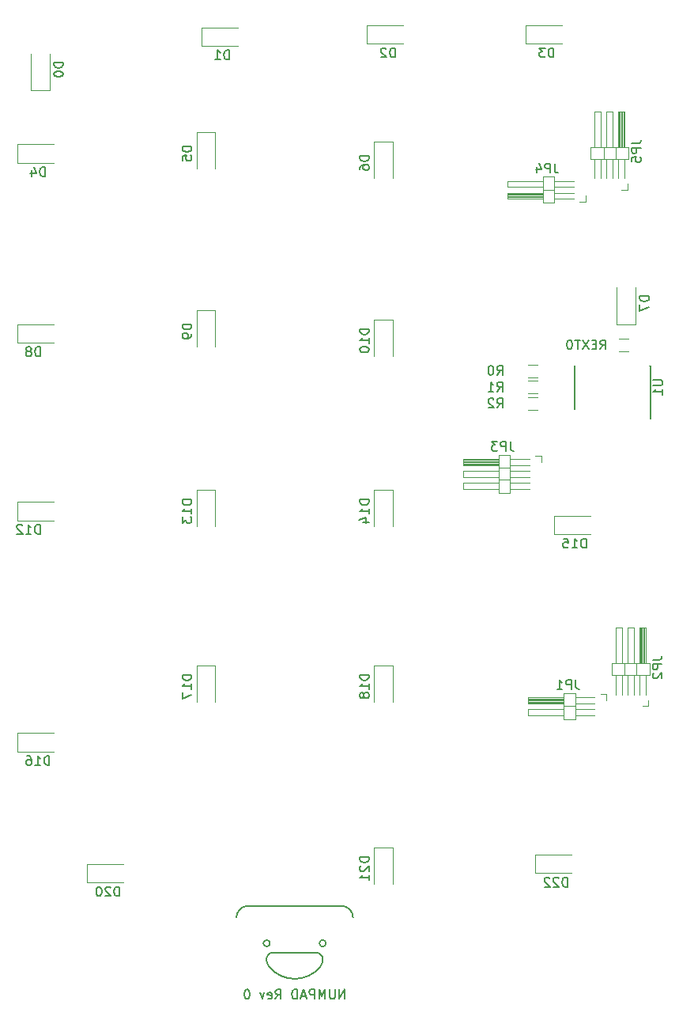
<source format=gbo>
G04 #@! TF.FileFunction,Legend,Bot*
%FSLAX46Y46*%
G04 Gerber Fmt 4.6, Leading zero omitted, Abs format (unit mm)*
G04 Created by KiCad (PCBNEW 4.0.5) date Sun Feb 26 02:23:34 2017*
%MOMM*%
%LPD*%
G01*
G04 APERTURE LIST*
%ADD10C,0.100000*%
%ADD11C,0.120000*%
%ADD12C,0.150000*%
G04 APERTURE END LIST*
D10*
D11*
X65750000Y-57500000D02*
X63750000Y-57500000D01*
X63750000Y-57500000D02*
X63750000Y-53600000D01*
X65750000Y-57500000D02*
X65750000Y-53600000D01*
X82000000Y-52750000D02*
X82000000Y-50750000D01*
X82000000Y-50750000D02*
X85900000Y-50750000D01*
X82000000Y-52750000D02*
X85900000Y-52750000D01*
X99750000Y-52500000D02*
X99750000Y-50500000D01*
X99750000Y-50500000D02*
X103650000Y-50500000D01*
X99750000Y-52500000D02*
X103650000Y-52500000D01*
X116750000Y-52500000D02*
X116750000Y-50500000D01*
X116750000Y-50500000D02*
X120650000Y-50500000D01*
X116750000Y-52500000D02*
X120650000Y-52500000D01*
X62250000Y-65250000D02*
X62250000Y-63250000D01*
X62250000Y-63250000D02*
X66150000Y-63250000D01*
X62250000Y-65250000D02*
X66150000Y-65250000D01*
X81500000Y-62000000D02*
X83500000Y-62000000D01*
X83500000Y-62000000D02*
X83500000Y-65900000D01*
X81500000Y-62000000D02*
X81500000Y-65900000D01*
X100500000Y-63000000D02*
X102500000Y-63000000D01*
X102500000Y-63000000D02*
X102500000Y-66900000D01*
X100500000Y-63000000D02*
X100500000Y-66900000D01*
X128500000Y-82500000D02*
X126500000Y-82500000D01*
X126500000Y-82500000D02*
X126500000Y-78600000D01*
X128500000Y-82500000D02*
X128500000Y-78600000D01*
X62250000Y-84500000D02*
X62250000Y-82500000D01*
X62250000Y-82500000D02*
X66150000Y-82500000D01*
X62250000Y-84500000D02*
X66150000Y-84500000D01*
X81500000Y-81000000D02*
X83500000Y-81000000D01*
X83500000Y-81000000D02*
X83500000Y-84900000D01*
X81500000Y-81000000D02*
X81500000Y-84900000D01*
X100500000Y-82000000D02*
X102500000Y-82000000D01*
X102500000Y-82000000D02*
X102500000Y-85900000D01*
X100500000Y-82000000D02*
X100500000Y-85900000D01*
X62250000Y-103500000D02*
X62250000Y-101500000D01*
X62250000Y-101500000D02*
X66150000Y-101500000D01*
X62250000Y-103500000D02*
X66150000Y-103500000D01*
X81500000Y-100250000D02*
X83500000Y-100250000D01*
X83500000Y-100250000D02*
X83500000Y-104150000D01*
X81500000Y-100250000D02*
X81500000Y-104150000D01*
X100500000Y-100250000D02*
X102500000Y-100250000D01*
X102500000Y-100250000D02*
X102500000Y-104150000D01*
X100500000Y-100250000D02*
X100500000Y-104150000D01*
X119750000Y-105000000D02*
X119750000Y-103000000D01*
X119750000Y-103000000D02*
X123650000Y-103000000D01*
X119750000Y-105000000D02*
X123650000Y-105000000D01*
X62250000Y-128250000D02*
X62250000Y-126250000D01*
X62250000Y-126250000D02*
X66150000Y-126250000D01*
X62250000Y-128250000D02*
X66150000Y-128250000D01*
X81500000Y-119000000D02*
X83500000Y-119000000D01*
X83500000Y-119000000D02*
X83500000Y-122900000D01*
X81500000Y-119000000D02*
X81500000Y-122900000D01*
X100500000Y-119000000D02*
X102500000Y-119000000D01*
X102500000Y-119000000D02*
X102500000Y-122900000D01*
X100500000Y-119000000D02*
X100500000Y-122900000D01*
X69750000Y-142250000D02*
X69750000Y-140250000D01*
X69750000Y-140250000D02*
X73650000Y-140250000D01*
X69750000Y-142250000D02*
X73650000Y-142250000D01*
X100500000Y-138500000D02*
X102500000Y-138500000D01*
X102500000Y-138500000D02*
X102500000Y-142400000D01*
X100500000Y-138500000D02*
X100500000Y-142400000D01*
X117750000Y-141250000D02*
X117750000Y-139250000D01*
X117750000Y-139250000D02*
X121650000Y-139250000D01*
X117750000Y-141250000D02*
X121650000Y-141250000D01*
D12*
X130025000Y-86925000D02*
X130000000Y-86925000D01*
X121975000Y-86925000D02*
X122000000Y-86925000D01*
X121975000Y-91575000D02*
X122000000Y-91575000D01*
X130075000Y-92650000D02*
X130075000Y-86925000D01*
X121975000Y-91575000D02*
X121975000Y-86925000D01*
D11*
X122060000Y-121995000D02*
X122060000Y-123385000D01*
X122060000Y-123385000D02*
X120820000Y-123385000D01*
X120820000Y-123385000D02*
X120820000Y-121995000D01*
X120820000Y-121995000D02*
X122060000Y-121995000D01*
X120820000Y-122430000D02*
X120820000Y-123070000D01*
X120820000Y-123070000D02*
X117010000Y-123070000D01*
X117010000Y-123070000D02*
X117010000Y-122430000D01*
X117010000Y-122430000D02*
X120820000Y-122430000D01*
X124130000Y-122430000D02*
X122060000Y-122430000D01*
X124130000Y-123070000D02*
X122060000Y-123070000D01*
X120820000Y-122550000D02*
X117010000Y-122550000D01*
X120820000Y-122670000D02*
X117010000Y-122670000D01*
X120820000Y-122790000D02*
X117010000Y-122790000D01*
X120820000Y-122910000D02*
X117010000Y-122910000D01*
X120820000Y-123030000D02*
X117010000Y-123030000D01*
X122060000Y-123385000D02*
X122060000Y-124775000D01*
X122060000Y-124775000D02*
X120820000Y-124775000D01*
X120820000Y-124775000D02*
X120820000Y-123385000D01*
X120820000Y-123385000D02*
X122060000Y-123385000D01*
X120820000Y-123700000D02*
X120820000Y-124340000D01*
X120820000Y-124340000D02*
X117010000Y-124340000D01*
X117010000Y-124340000D02*
X117010000Y-123700000D01*
X117010000Y-123700000D02*
X120820000Y-123700000D01*
X124130000Y-123700000D02*
X122060000Y-123700000D01*
X124130000Y-124340000D02*
X122060000Y-124340000D01*
X125385000Y-122750000D02*
X125385000Y-122115000D01*
X125385000Y-122115000D02*
X124750000Y-122115000D01*
X130005000Y-120060000D02*
X128615000Y-120060000D01*
X128615000Y-120060000D02*
X128615000Y-118820000D01*
X128615000Y-118820000D02*
X130005000Y-118820000D01*
X130005000Y-118820000D02*
X130005000Y-120060000D01*
X129570000Y-118820000D02*
X128930000Y-118820000D01*
X128930000Y-118820000D02*
X128930000Y-115010000D01*
X128930000Y-115010000D02*
X129570000Y-115010000D01*
X129570000Y-115010000D02*
X129570000Y-118820000D01*
X129570000Y-122130000D02*
X129570000Y-120060000D01*
X128930000Y-122130000D02*
X128930000Y-120060000D01*
X129450000Y-118820000D02*
X129450000Y-115010000D01*
X129330000Y-118820000D02*
X129330000Y-115010000D01*
X129210000Y-118820000D02*
X129210000Y-115010000D01*
X129090000Y-118820000D02*
X129090000Y-115010000D01*
X128970000Y-118820000D02*
X128970000Y-115010000D01*
X128615000Y-120060000D02*
X127345000Y-120060000D01*
X127345000Y-120060000D02*
X127345000Y-118820000D01*
X127345000Y-118820000D02*
X128615000Y-118820000D01*
X128615000Y-118820000D02*
X128615000Y-120060000D01*
X128300000Y-118820000D02*
X127660000Y-118820000D01*
X127660000Y-118820000D02*
X127660000Y-115010000D01*
X127660000Y-115010000D02*
X128300000Y-115010000D01*
X128300000Y-115010000D02*
X128300000Y-118820000D01*
X128300000Y-122130000D02*
X128300000Y-120060000D01*
X127660000Y-122130000D02*
X127660000Y-120060000D01*
X127345000Y-120060000D02*
X125955000Y-120060000D01*
X125955000Y-120060000D02*
X125955000Y-118820000D01*
X125955000Y-118820000D02*
X127345000Y-118820000D01*
X127345000Y-118820000D02*
X127345000Y-120060000D01*
X127030000Y-118820000D02*
X126390000Y-118820000D01*
X126390000Y-118820000D02*
X126390000Y-115010000D01*
X126390000Y-115010000D02*
X127030000Y-115010000D01*
X127030000Y-115010000D02*
X127030000Y-118820000D01*
X127030000Y-122130000D02*
X127030000Y-120060000D01*
X126390000Y-122130000D02*
X126390000Y-120060000D01*
X129250000Y-123385000D02*
X129885000Y-123385000D01*
X129885000Y-123385000D02*
X129885000Y-122750000D01*
X115060000Y-96495000D02*
X115060000Y-97885000D01*
X115060000Y-97885000D02*
X113820000Y-97885000D01*
X113820000Y-97885000D02*
X113820000Y-96495000D01*
X113820000Y-96495000D02*
X115060000Y-96495000D01*
X113820000Y-96930000D02*
X113820000Y-97570000D01*
X113820000Y-97570000D02*
X110010000Y-97570000D01*
X110010000Y-97570000D02*
X110010000Y-96930000D01*
X110010000Y-96930000D02*
X113820000Y-96930000D01*
X117130000Y-96930000D02*
X115060000Y-96930000D01*
X117130000Y-97570000D02*
X115060000Y-97570000D01*
X113820000Y-97050000D02*
X110010000Y-97050000D01*
X113820000Y-97170000D02*
X110010000Y-97170000D01*
X113820000Y-97290000D02*
X110010000Y-97290000D01*
X113820000Y-97410000D02*
X110010000Y-97410000D01*
X113820000Y-97530000D02*
X110010000Y-97530000D01*
X115060000Y-97885000D02*
X115060000Y-99155000D01*
X115060000Y-99155000D02*
X113820000Y-99155000D01*
X113820000Y-99155000D02*
X113820000Y-97885000D01*
X113820000Y-97885000D02*
X115060000Y-97885000D01*
X113820000Y-98200000D02*
X113820000Y-98840000D01*
X113820000Y-98840000D02*
X110010000Y-98840000D01*
X110010000Y-98840000D02*
X110010000Y-98200000D01*
X110010000Y-98200000D02*
X113820000Y-98200000D01*
X117130000Y-98200000D02*
X115060000Y-98200000D01*
X117130000Y-98840000D02*
X115060000Y-98840000D01*
X115060000Y-99155000D02*
X115060000Y-100545000D01*
X115060000Y-100545000D02*
X113820000Y-100545000D01*
X113820000Y-100545000D02*
X113820000Y-99155000D01*
X113820000Y-99155000D02*
X115060000Y-99155000D01*
X113820000Y-99470000D02*
X113820000Y-100110000D01*
X113820000Y-100110000D02*
X110010000Y-100110000D01*
X110010000Y-100110000D02*
X110010000Y-99470000D01*
X110010000Y-99470000D02*
X113820000Y-99470000D01*
X117130000Y-99470000D02*
X115060000Y-99470000D01*
X117130000Y-100110000D02*
X115060000Y-100110000D01*
X118385000Y-97250000D02*
X118385000Y-96615000D01*
X118385000Y-96615000D02*
X117750000Y-96615000D01*
X127755000Y-64810000D02*
X126365000Y-64810000D01*
X126365000Y-64810000D02*
X126365000Y-63570000D01*
X126365000Y-63570000D02*
X127755000Y-63570000D01*
X127755000Y-63570000D02*
X127755000Y-64810000D01*
X127320000Y-63570000D02*
X126680000Y-63570000D01*
X126680000Y-63570000D02*
X126680000Y-59760000D01*
X126680000Y-59760000D02*
X127320000Y-59760000D01*
X127320000Y-59760000D02*
X127320000Y-63570000D01*
X127320000Y-66880000D02*
X127320000Y-64810000D01*
X126680000Y-66880000D02*
X126680000Y-64810000D01*
X127200000Y-63570000D02*
X127200000Y-59760000D01*
X127080000Y-63570000D02*
X127080000Y-59760000D01*
X126960000Y-63570000D02*
X126960000Y-59760000D01*
X126840000Y-63570000D02*
X126840000Y-59760000D01*
X126720000Y-63570000D02*
X126720000Y-59760000D01*
X126365000Y-64810000D02*
X125095000Y-64810000D01*
X125095000Y-64810000D02*
X125095000Y-63570000D01*
X125095000Y-63570000D02*
X126365000Y-63570000D01*
X126365000Y-63570000D02*
X126365000Y-64810000D01*
X126050000Y-63570000D02*
X125410000Y-63570000D01*
X125410000Y-63570000D02*
X125410000Y-59760000D01*
X125410000Y-59760000D02*
X126050000Y-59760000D01*
X126050000Y-59760000D02*
X126050000Y-63570000D01*
X126050000Y-66880000D02*
X126050000Y-64810000D01*
X125410000Y-66880000D02*
X125410000Y-64810000D01*
X125095000Y-64810000D02*
X123705000Y-64810000D01*
X123705000Y-64810000D02*
X123705000Y-63570000D01*
X123705000Y-63570000D02*
X125095000Y-63570000D01*
X125095000Y-63570000D02*
X125095000Y-64810000D01*
X124780000Y-63570000D02*
X124140000Y-63570000D01*
X124140000Y-63570000D02*
X124140000Y-59760000D01*
X124140000Y-59760000D02*
X124780000Y-59760000D01*
X124780000Y-59760000D02*
X124780000Y-63570000D01*
X124780000Y-66880000D02*
X124780000Y-64810000D01*
X124140000Y-66880000D02*
X124140000Y-64810000D01*
X127000000Y-68135000D02*
X127635000Y-68135000D01*
X127635000Y-68135000D02*
X127635000Y-67500000D01*
X119810000Y-66745000D02*
X119810000Y-68135000D01*
X119810000Y-68135000D02*
X118570000Y-68135000D01*
X118570000Y-68135000D02*
X118570000Y-66745000D01*
X118570000Y-66745000D02*
X119810000Y-66745000D01*
X118570000Y-67180000D02*
X118570000Y-67820000D01*
X118570000Y-67820000D02*
X114760000Y-67820000D01*
X114760000Y-67820000D02*
X114760000Y-67180000D01*
X114760000Y-67180000D02*
X118570000Y-67180000D01*
X121880000Y-67180000D02*
X119810000Y-67180000D01*
X121880000Y-67820000D02*
X119810000Y-67820000D01*
X118570000Y-68570000D02*
X114760000Y-68570000D01*
X118570000Y-68690000D02*
X114760000Y-68690000D01*
X118570000Y-68810000D02*
X114760000Y-68810000D01*
X118570000Y-68930000D02*
X114760000Y-68930000D01*
X118570000Y-69050000D02*
X114760000Y-69050000D01*
X119810000Y-68135000D02*
X119810000Y-69525000D01*
X119810000Y-69525000D02*
X118570000Y-69525000D01*
X118570000Y-69525000D02*
X118570000Y-68135000D01*
X118570000Y-68135000D02*
X119810000Y-68135000D01*
X118570000Y-68450000D02*
X118570000Y-69090000D01*
X118570000Y-69090000D02*
X114760000Y-69090000D01*
X114760000Y-69090000D02*
X114760000Y-68450000D01*
X114760000Y-68450000D02*
X118570000Y-68450000D01*
X121880000Y-68450000D02*
X119810000Y-68450000D01*
X121880000Y-69090000D02*
X119810000Y-69090000D01*
X123135000Y-68770000D02*
X123135000Y-69405000D01*
X123135000Y-69405000D02*
X122500000Y-69405000D01*
X118000000Y-86820000D02*
X117000000Y-86820000D01*
X117000000Y-88180000D02*
X118000000Y-88180000D01*
X118000000Y-88570000D02*
X117000000Y-88570000D01*
X117000000Y-89930000D02*
X118000000Y-89930000D01*
X118000000Y-90320000D02*
X117000000Y-90320000D01*
X117000000Y-91680000D02*
X118000000Y-91680000D01*
X127750000Y-84070000D02*
X126750000Y-84070000D01*
X126750000Y-85430000D02*
X127750000Y-85430000D01*
D12*
X97000000Y-144750000D02*
X87000000Y-144750000D01*
X94750000Y-151250000D02*
G75*
G02X89250000Y-151250000I-2750000J2250000D01*
G01*
X94983412Y-150745261D02*
G75*
G02X94750000Y-151250000I-1733412J495261D01*
G01*
X94500000Y-149750000D02*
G75*
G02X95000000Y-150750000I-250000J-750000D01*
G01*
X89235646Y-151259569D02*
G75*
G02X89000000Y-150750000I1514354J1009569D01*
G01*
X89015975Y-150793610D02*
G75*
G02X89500000Y-149750000I734025J293610D01*
G01*
X85750000Y-146000000D02*
G75*
G02X87000000Y-144750000I1250000J0D01*
G01*
X97000000Y-144750000D02*
G75*
G02X98250000Y-146000000I0J-1250000D01*
G01*
X89353553Y-148750000D02*
G75*
G03X89353553Y-148750000I-353553J0D01*
G01*
X95353553Y-148750000D02*
G75*
G03X95353553Y-148750000I-353553J0D01*
G01*
X94500000Y-149750000D02*
X89500000Y-149750000D01*
X67202381Y-54511905D02*
X66202381Y-54511905D01*
X66202381Y-54750000D01*
X66250000Y-54892858D01*
X66345238Y-54988096D01*
X66440476Y-55035715D01*
X66630952Y-55083334D01*
X66773810Y-55083334D01*
X66964286Y-55035715D01*
X67059524Y-54988096D01*
X67154762Y-54892858D01*
X67202381Y-54750000D01*
X67202381Y-54511905D01*
X66202381Y-55702381D02*
X66202381Y-55797620D01*
X66250000Y-55892858D01*
X66297619Y-55940477D01*
X66392857Y-55988096D01*
X66583333Y-56035715D01*
X66821429Y-56035715D01*
X67011905Y-55988096D01*
X67107143Y-55940477D01*
X67154762Y-55892858D01*
X67202381Y-55797620D01*
X67202381Y-55702381D01*
X67154762Y-55607143D01*
X67107143Y-55559524D01*
X67011905Y-55511905D01*
X66821429Y-55464286D01*
X66583333Y-55464286D01*
X66392857Y-55511905D01*
X66297619Y-55559524D01*
X66250000Y-55607143D01*
X66202381Y-55702381D01*
X84988095Y-54202381D02*
X84988095Y-53202381D01*
X84750000Y-53202381D01*
X84607142Y-53250000D01*
X84511904Y-53345238D01*
X84464285Y-53440476D01*
X84416666Y-53630952D01*
X84416666Y-53773810D01*
X84464285Y-53964286D01*
X84511904Y-54059524D01*
X84607142Y-54154762D01*
X84750000Y-54202381D01*
X84988095Y-54202381D01*
X83464285Y-54202381D02*
X84035714Y-54202381D01*
X83750000Y-54202381D02*
X83750000Y-53202381D01*
X83845238Y-53345238D01*
X83940476Y-53440476D01*
X84035714Y-53488095D01*
X102738095Y-53952381D02*
X102738095Y-52952381D01*
X102500000Y-52952381D01*
X102357142Y-53000000D01*
X102261904Y-53095238D01*
X102214285Y-53190476D01*
X102166666Y-53380952D01*
X102166666Y-53523810D01*
X102214285Y-53714286D01*
X102261904Y-53809524D01*
X102357142Y-53904762D01*
X102500000Y-53952381D01*
X102738095Y-53952381D01*
X101785714Y-53047619D02*
X101738095Y-53000000D01*
X101642857Y-52952381D01*
X101404761Y-52952381D01*
X101309523Y-53000000D01*
X101261904Y-53047619D01*
X101214285Y-53142857D01*
X101214285Y-53238095D01*
X101261904Y-53380952D01*
X101833333Y-53952381D01*
X101214285Y-53952381D01*
X119738095Y-53952381D02*
X119738095Y-52952381D01*
X119500000Y-52952381D01*
X119357142Y-53000000D01*
X119261904Y-53095238D01*
X119214285Y-53190476D01*
X119166666Y-53380952D01*
X119166666Y-53523810D01*
X119214285Y-53714286D01*
X119261904Y-53809524D01*
X119357142Y-53904762D01*
X119500000Y-53952381D01*
X119738095Y-53952381D01*
X118833333Y-52952381D02*
X118214285Y-52952381D01*
X118547619Y-53333333D01*
X118404761Y-53333333D01*
X118309523Y-53380952D01*
X118261904Y-53428571D01*
X118214285Y-53523810D01*
X118214285Y-53761905D01*
X118261904Y-53857143D01*
X118309523Y-53904762D01*
X118404761Y-53952381D01*
X118690476Y-53952381D01*
X118785714Y-53904762D01*
X118833333Y-53857143D01*
X65238095Y-66702381D02*
X65238095Y-65702381D01*
X65000000Y-65702381D01*
X64857142Y-65750000D01*
X64761904Y-65845238D01*
X64714285Y-65940476D01*
X64666666Y-66130952D01*
X64666666Y-66273810D01*
X64714285Y-66464286D01*
X64761904Y-66559524D01*
X64857142Y-66654762D01*
X65000000Y-66702381D01*
X65238095Y-66702381D01*
X63809523Y-66035714D02*
X63809523Y-66702381D01*
X64047619Y-65654762D02*
X64285714Y-66369048D01*
X63666666Y-66369048D01*
X80952381Y-63511905D02*
X79952381Y-63511905D01*
X79952381Y-63750000D01*
X80000000Y-63892858D01*
X80095238Y-63988096D01*
X80190476Y-64035715D01*
X80380952Y-64083334D01*
X80523810Y-64083334D01*
X80714286Y-64035715D01*
X80809524Y-63988096D01*
X80904762Y-63892858D01*
X80952381Y-63750000D01*
X80952381Y-63511905D01*
X79952381Y-64988096D02*
X79952381Y-64511905D01*
X80428571Y-64464286D01*
X80380952Y-64511905D01*
X80333333Y-64607143D01*
X80333333Y-64845239D01*
X80380952Y-64940477D01*
X80428571Y-64988096D01*
X80523810Y-65035715D01*
X80761905Y-65035715D01*
X80857143Y-64988096D01*
X80904762Y-64940477D01*
X80952381Y-64845239D01*
X80952381Y-64607143D01*
X80904762Y-64511905D01*
X80857143Y-64464286D01*
X99952381Y-64511905D02*
X98952381Y-64511905D01*
X98952381Y-64750000D01*
X99000000Y-64892858D01*
X99095238Y-64988096D01*
X99190476Y-65035715D01*
X99380952Y-65083334D01*
X99523810Y-65083334D01*
X99714286Y-65035715D01*
X99809524Y-64988096D01*
X99904762Y-64892858D01*
X99952381Y-64750000D01*
X99952381Y-64511905D01*
X98952381Y-65940477D02*
X98952381Y-65750000D01*
X99000000Y-65654762D01*
X99047619Y-65607143D01*
X99190476Y-65511905D01*
X99380952Y-65464286D01*
X99761905Y-65464286D01*
X99857143Y-65511905D01*
X99904762Y-65559524D01*
X99952381Y-65654762D01*
X99952381Y-65845239D01*
X99904762Y-65940477D01*
X99857143Y-65988096D01*
X99761905Y-66035715D01*
X99523810Y-66035715D01*
X99428571Y-65988096D01*
X99380952Y-65940477D01*
X99333333Y-65845239D01*
X99333333Y-65654762D01*
X99380952Y-65559524D01*
X99428571Y-65511905D01*
X99523810Y-65464286D01*
X129952381Y-79511905D02*
X128952381Y-79511905D01*
X128952381Y-79750000D01*
X129000000Y-79892858D01*
X129095238Y-79988096D01*
X129190476Y-80035715D01*
X129380952Y-80083334D01*
X129523810Y-80083334D01*
X129714286Y-80035715D01*
X129809524Y-79988096D01*
X129904762Y-79892858D01*
X129952381Y-79750000D01*
X129952381Y-79511905D01*
X128952381Y-80416667D02*
X128952381Y-81083334D01*
X129952381Y-80654762D01*
X64738095Y-85952381D02*
X64738095Y-84952381D01*
X64500000Y-84952381D01*
X64357142Y-85000000D01*
X64261904Y-85095238D01*
X64214285Y-85190476D01*
X64166666Y-85380952D01*
X64166666Y-85523810D01*
X64214285Y-85714286D01*
X64261904Y-85809524D01*
X64357142Y-85904762D01*
X64500000Y-85952381D01*
X64738095Y-85952381D01*
X63595238Y-85380952D02*
X63690476Y-85333333D01*
X63738095Y-85285714D01*
X63785714Y-85190476D01*
X63785714Y-85142857D01*
X63738095Y-85047619D01*
X63690476Y-85000000D01*
X63595238Y-84952381D01*
X63404761Y-84952381D01*
X63309523Y-85000000D01*
X63261904Y-85047619D01*
X63214285Y-85142857D01*
X63214285Y-85190476D01*
X63261904Y-85285714D01*
X63309523Y-85333333D01*
X63404761Y-85380952D01*
X63595238Y-85380952D01*
X63690476Y-85428571D01*
X63738095Y-85476190D01*
X63785714Y-85571429D01*
X63785714Y-85761905D01*
X63738095Y-85857143D01*
X63690476Y-85904762D01*
X63595238Y-85952381D01*
X63404761Y-85952381D01*
X63309523Y-85904762D01*
X63261904Y-85857143D01*
X63214285Y-85761905D01*
X63214285Y-85571429D01*
X63261904Y-85476190D01*
X63309523Y-85428571D01*
X63404761Y-85380952D01*
X80952381Y-82511905D02*
X79952381Y-82511905D01*
X79952381Y-82750000D01*
X80000000Y-82892858D01*
X80095238Y-82988096D01*
X80190476Y-83035715D01*
X80380952Y-83083334D01*
X80523810Y-83083334D01*
X80714286Y-83035715D01*
X80809524Y-82988096D01*
X80904762Y-82892858D01*
X80952381Y-82750000D01*
X80952381Y-82511905D01*
X80952381Y-83559524D02*
X80952381Y-83750000D01*
X80904762Y-83845239D01*
X80857143Y-83892858D01*
X80714286Y-83988096D01*
X80523810Y-84035715D01*
X80142857Y-84035715D01*
X80047619Y-83988096D01*
X80000000Y-83940477D01*
X79952381Y-83845239D01*
X79952381Y-83654762D01*
X80000000Y-83559524D01*
X80047619Y-83511905D01*
X80142857Y-83464286D01*
X80380952Y-83464286D01*
X80476190Y-83511905D01*
X80523810Y-83559524D01*
X80571429Y-83654762D01*
X80571429Y-83845239D01*
X80523810Y-83940477D01*
X80476190Y-83988096D01*
X80380952Y-84035715D01*
X99952381Y-83035714D02*
X98952381Y-83035714D01*
X98952381Y-83273809D01*
X99000000Y-83416667D01*
X99095238Y-83511905D01*
X99190476Y-83559524D01*
X99380952Y-83607143D01*
X99523810Y-83607143D01*
X99714286Y-83559524D01*
X99809524Y-83511905D01*
X99904762Y-83416667D01*
X99952381Y-83273809D01*
X99952381Y-83035714D01*
X99952381Y-84559524D02*
X99952381Y-83988095D01*
X99952381Y-84273809D02*
X98952381Y-84273809D01*
X99095238Y-84178571D01*
X99190476Y-84083333D01*
X99238095Y-83988095D01*
X98952381Y-85178571D02*
X98952381Y-85273810D01*
X99000000Y-85369048D01*
X99047619Y-85416667D01*
X99142857Y-85464286D01*
X99333333Y-85511905D01*
X99571429Y-85511905D01*
X99761905Y-85464286D01*
X99857143Y-85416667D01*
X99904762Y-85369048D01*
X99952381Y-85273810D01*
X99952381Y-85178571D01*
X99904762Y-85083333D01*
X99857143Y-85035714D01*
X99761905Y-84988095D01*
X99571429Y-84940476D01*
X99333333Y-84940476D01*
X99142857Y-84988095D01*
X99047619Y-85035714D01*
X99000000Y-85083333D01*
X98952381Y-85178571D01*
X64714286Y-104952381D02*
X64714286Y-103952381D01*
X64476191Y-103952381D01*
X64333333Y-104000000D01*
X64238095Y-104095238D01*
X64190476Y-104190476D01*
X64142857Y-104380952D01*
X64142857Y-104523810D01*
X64190476Y-104714286D01*
X64238095Y-104809524D01*
X64333333Y-104904762D01*
X64476191Y-104952381D01*
X64714286Y-104952381D01*
X63190476Y-104952381D02*
X63761905Y-104952381D01*
X63476191Y-104952381D02*
X63476191Y-103952381D01*
X63571429Y-104095238D01*
X63666667Y-104190476D01*
X63761905Y-104238095D01*
X62809524Y-104047619D02*
X62761905Y-104000000D01*
X62666667Y-103952381D01*
X62428571Y-103952381D01*
X62333333Y-104000000D01*
X62285714Y-104047619D01*
X62238095Y-104142857D01*
X62238095Y-104238095D01*
X62285714Y-104380952D01*
X62857143Y-104952381D01*
X62238095Y-104952381D01*
X80952381Y-101285714D02*
X79952381Y-101285714D01*
X79952381Y-101523809D01*
X80000000Y-101666667D01*
X80095238Y-101761905D01*
X80190476Y-101809524D01*
X80380952Y-101857143D01*
X80523810Y-101857143D01*
X80714286Y-101809524D01*
X80809524Y-101761905D01*
X80904762Y-101666667D01*
X80952381Y-101523809D01*
X80952381Y-101285714D01*
X80952381Y-102809524D02*
X80952381Y-102238095D01*
X80952381Y-102523809D02*
X79952381Y-102523809D01*
X80095238Y-102428571D01*
X80190476Y-102333333D01*
X80238095Y-102238095D01*
X79952381Y-103142857D02*
X79952381Y-103761905D01*
X80333333Y-103428571D01*
X80333333Y-103571429D01*
X80380952Y-103666667D01*
X80428571Y-103714286D01*
X80523810Y-103761905D01*
X80761905Y-103761905D01*
X80857143Y-103714286D01*
X80904762Y-103666667D01*
X80952381Y-103571429D01*
X80952381Y-103285714D01*
X80904762Y-103190476D01*
X80857143Y-103142857D01*
X99952381Y-101285714D02*
X98952381Y-101285714D01*
X98952381Y-101523809D01*
X99000000Y-101666667D01*
X99095238Y-101761905D01*
X99190476Y-101809524D01*
X99380952Y-101857143D01*
X99523810Y-101857143D01*
X99714286Y-101809524D01*
X99809524Y-101761905D01*
X99904762Y-101666667D01*
X99952381Y-101523809D01*
X99952381Y-101285714D01*
X99952381Y-102809524D02*
X99952381Y-102238095D01*
X99952381Y-102523809D02*
X98952381Y-102523809D01*
X99095238Y-102428571D01*
X99190476Y-102333333D01*
X99238095Y-102238095D01*
X99285714Y-103666667D02*
X99952381Y-103666667D01*
X98904762Y-103428571D02*
X99619048Y-103190476D01*
X99619048Y-103809524D01*
X123214286Y-106452381D02*
X123214286Y-105452381D01*
X122976191Y-105452381D01*
X122833333Y-105500000D01*
X122738095Y-105595238D01*
X122690476Y-105690476D01*
X122642857Y-105880952D01*
X122642857Y-106023810D01*
X122690476Y-106214286D01*
X122738095Y-106309524D01*
X122833333Y-106404762D01*
X122976191Y-106452381D01*
X123214286Y-106452381D01*
X121690476Y-106452381D02*
X122261905Y-106452381D01*
X121976191Y-106452381D02*
X121976191Y-105452381D01*
X122071429Y-105595238D01*
X122166667Y-105690476D01*
X122261905Y-105738095D01*
X120785714Y-105452381D02*
X121261905Y-105452381D01*
X121309524Y-105928571D01*
X121261905Y-105880952D01*
X121166667Y-105833333D01*
X120928571Y-105833333D01*
X120833333Y-105880952D01*
X120785714Y-105928571D01*
X120738095Y-106023810D01*
X120738095Y-106261905D01*
X120785714Y-106357143D01*
X120833333Y-106404762D01*
X120928571Y-106452381D01*
X121166667Y-106452381D01*
X121261905Y-106404762D01*
X121309524Y-106357143D01*
X65714286Y-129702381D02*
X65714286Y-128702381D01*
X65476191Y-128702381D01*
X65333333Y-128750000D01*
X65238095Y-128845238D01*
X65190476Y-128940476D01*
X65142857Y-129130952D01*
X65142857Y-129273810D01*
X65190476Y-129464286D01*
X65238095Y-129559524D01*
X65333333Y-129654762D01*
X65476191Y-129702381D01*
X65714286Y-129702381D01*
X64190476Y-129702381D02*
X64761905Y-129702381D01*
X64476191Y-129702381D02*
X64476191Y-128702381D01*
X64571429Y-128845238D01*
X64666667Y-128940476D01*
X64761905Y-128988095D01*
X63333333Y-128702381D02*
X63523810Y-128702381D01*
X63619048Y-128750000D01*
X63666667Y-128797619D01*
X63761905Y-128940476D01*
X63809524Y-129130952D01*
X63809524Y-129511905D01*
X63761905Y-129607143D01*
X63714286Y-129654762D01*
X63619048Y-129702381D01*
X63428571Y-129702381D01*
X63333333Y-129654762D01*
X63285714Y-129607143D01*
X63238095Y-129511905D01*
X63238095Y-129273810D01*
X63285714Y-129178571D01*
X63333333Y-129130952D01*
X63428571Y-129083333D01*
X63619048Y-129083333D01*
X63714286Y-129130952D01*
X63761905Y-129178571D01*
X63809524Y-129273810D01*
X80952381Y-120035714D02*
X79952381Y-120035714D01*
X79952381Y-120273809D01*
X80000000Y-120416667D01*
X80095238Y-120511905D01*
X80190476Y-120559524D01*
X80380952Y-120607143D01*
X80523810Y-120607143D01*
X80714286Y-120559524D01*
X80809524Y-120511905D01*
X80904762Y-120416667D01*
X80952381Y-120273809D01*
X80952381Y-120035714D01*
X80952381Y-121559524D02*
X80952381Y-120988095D01*
X80952381Y-121273809D02*
X79952381Y-121273809D01*
X80095238Y-121178571D01*
X80190476Y-121083333D01*
X80238095Y-120988095D01*
X79952381Y-121892857D02*
X79952381Y-122559524D01*
X80952381Y-122130952D01*
X99952381Y-120035714D02*
X98952381Y-120035714D01*
X98952381Y-120273809D01*
X99000000Y-120416667D01*
X99095238Y-120511905D01*
X99190476Y-120559524D01*
X99380952Y-120607143D01*
X99523810Y-120607143D01*
X99714286Y-120559524D01*
X99809524Y-120511905D01*
X99904762Y-120416667D01*
X99952381Y-120273809D01*
X99952381Y-120035714D01*
X99952381Y-121559524D02*
X99952381Y-120988095D01*
X99952381Y-121273809D02*
X98952381Y-121273809D01*
X99095238Y-121178571D01*
X99190476Y-121083333D01*
X99238095Y-120988095D01*
X99380952Y-122130952D02*
X99333333Y-122035714D01*
X99285714Y-121988095D01*
X99190476Y-121940476D01*
X99142857Y-121940476D01*
X99047619Y-121988095D01*
X99000000Y-122035714D01*
X98952381Y-122130952D01*
X98952381Y-122321429D01*
X99000000Y-122416667D01*
X99047619Y-122464286D01*
X99142857Y-122511905D01*
X99190476Y-122511905D01*
X99285714Y-122464286D01*
X99333333Y-122416667D01*
X99380952Y-122321429D01*
X99380952Y-122130952D01*
X99428571Y-122035714D01*
X99476190Y-121988095D01*
X99571429Y-121940476D01*
X99761905Y-121940476D01*
X99857143Y-121988095D01*
X99904762Y-122035714D01*
X99952381Y-122130952D01*
X99952381Y-122321429D01*
X99904762Y-122416667D01*
X99857143Y-122464286D01*
X99761905Y-122511905D01*
X99571429Y-122511905D01*
X99476190Y-122464286D01*
X99428571Y-122416667D01*
X99380952Y-122321429D01*
X73214286Y-143702381D02*
X73214286Y-142702381D01*
X72976191Y-142702381D01*
X72833333Y-142750000D01*
X72738095Y-142845238D01*
X72690476Y-142940476D01*
X72642857Y-143130952D01*
X72642857Y-143273810D01*
X72690476Y-143464286D01*
X72738095Y-143559524D01*
X72833333Y-143654762D01*
X72976191Y-143702381D01*
X73214286Y-143702381D01*
X72261905Y-142797619D02*
X72214286Y-142750000D01*
X72119048Y-142702381D01*
X71880952Y-142702381D01*
X71785714Y-142750000D01*
X71738095Y-142797619D01*
X71690476Y-142892857D01*
X71690476Y-142988095D01*
X71738095Y-143130952D01*
X72309524Y-143702381D01*
X71690476Y-143702381D01*
X71071429Y-142702381D02*
X70976190Y-142702381D01*
X70880952Y-142750000D01*
X70833333Y-142797619D01*
X70785714Y-142892857D01*
X70738095Y-143083333D01*
X70738095Y-143321429D01*
X70785714Y-143511905D01*
X70833333Y-143607143D01*
X70880952Y-143654762D01*
X70976190Y-143702381D01*
X71071429Y-143702381D01*
X71166667Y-143654762D01*
X71214286Y-143607143D01*
X71261905Y-143511905D01*
X71309524Y-143321429D01*
X71309524Y-143083333D01*
X71261905Y-142892857D01*
X71214286Y-142797619D01*
X71166667Y-142750000D01*
X71071429Y-142702381D01*
X99952381Y-139535714D02*
X98952381Y-139535714D01*
X98952381Y-139773809D01*
X99000000Y-139916667D01*
X99095238Y-140011905D01*
X99190476Y-140059524D01*
X99380952Y-140107143D01*
X99523810Y-140107143D01*
X99714286Y-140059524D01*
X99809524Y-140011905D01*
X99904762Y-139916667D01*
X99952381Y-139773809D01*
X99952381Y-139535714D01*
X99047619Y-140488095D02*
X99000000Y-140535714D01*
X98952381Y-140630952D01*
X98952381Y-140869048D01*
X99000000Y-140964286D01*
X99047619Y-141011905D01*
X99142857Y-141059524D01*
X99238095Y-141059524D01*
X99380952Y-141011905D01*
X99952381Y-140440476D01*
X99952381Y-141059524D01*
X99952381Y-142011905D02*
X99952381Y-141440476D01*
X99952381Y-141726190D02*
X98952381Y-141726190D01*
X99095238Y-141630952D01*
X99190476Y-141535714D01*
X99238095Y-141440476D01*
X121214286Y-142702381D02*
X121214286Y-141702381D01*
X120976191Y-141702381D01*
X120833333Y-141750000D01*
X120738095Y-141845238D01*
X120690476Y-141940476D01*
X120642857Y-142130952D01*
X120642857Y-142273810D01*
X120690476Y-142464286D01*
X120738095Y-142559524D01*
X120833333Y-142654762D01*
X120976191Y-142702381D01*
X121214286Y-142702381D01*
X120261905Y-141797619D02*
X120214286Y-141750000D01*
X120119048Y-141702381D01*
X119880952Y-141702381D01*
X119785714Y-141750000D01*
X119738095Y-141797619D01*
X119690476Y-141892857D01*
X119690476Y-141988095D01*
X119738095Y-142130952D01*
X120309524Y-142702381D01*
X119690476Y-142702381D01*
X119309524Y-141797619D02*
X119261905Y-141750000D01*
X119166667Y-141702381D01*
X118928571Y-141702381D01*
X118833333Y-141750000D01*
X118785714Y-141797619D01*
X118738095Y-141892857D01*
X118738095Y-141988095D01*
X118785714Y-142130952D01*
X119357143Y-142702381D01*
X118738095Y-142702381D01*
X130402381Y-88488095D02*
X131211905Y-88488095D01*
X131307143Y-88535714D01*
X131354762Y-88583333D01*
X131402381Y-88678571D01*
X131402381Y-88869048D01*
X131354762Y-88964286D01*
X131307143Y-89011905D01*
X131211905Y-89059524D01*
X130402381Y-89059524D01*
X131402381Y-90059524D02*
X131402381Y-89488095D01*
X131402381Y-89773809D02*
X130402381Y-89773809D01*
X130545238Y-89678571D01*
X130640476Y-89583333D01*
X130688095Y-89488095D01*
X122090833Y-120567381D02*
X122090833Y-121281667D01*
X122138453Y-121424524D01*
X122233691Y-121519762D01*
X122376548Y-121567381D01*
X122471786Y-121567381D01*
X121614643Y-121567381D02*
X121614643Y-120567381D01*
X121233690Y-120567381D01*
X121138452Y-120615000D01*
X121090833Y-120662619D01*
X121043214Y-120757857D01*
X121043214Y-120900714D01*
X121090833Y-120995952D01*
X121138452Y-121043571D01*
X121233690Y-121091190D01*
X121614643Y-121091190D01*
X120090833Y-121567381D02*
X120662262Y-121567381D01*
X120376548Y-121567381D02*
X120376548Y-120567381D01*
X120471786Y-120710238D01*
X120567024Y-120805476D01*
X120662262Y-120853095D01*
X130337381Y-118424167D02*
X131051667Y-118424167D01*
X131194524Y-118376547D01*
X131289762Y-118281309D01*
X131337381Y-118138452D01*
X131337381Y-118043214D01*
X131337381Y-118900357D02*
X130337381Y-118900357D01*
X130337381Y-119281310D01*
X130385000Y-119376548D01*
X130432619Y-119424167D01*
X130527857Y-119471786D01*
X130670714Y-119471786D01*
X130765952Y-119424167D01*
X130813571Y-119376548D01*
X130861190Y-119281310D01*
X130861190Y-118900357D01*
X130432619Y-119852738D02*
X130385000Y-119900357D01*
X130337381Y-119995595D01*
X130337381Y-120233691D01*
X130385000Y-120328929D01*
X130432619Y-120376548D01*
X130527857Y-120424167D01*
X130623095Y-120424167D01*
X130765952Y-120376548D01*
X131337381Y-119805119D01*
X131337381Y-120424167D01*
X115090833Y-95067381D02*
X115090833Y-95781667D01*
X115138453Y-95924524D01*
X115233691Y-96019762D01*
X115376548Y-96067381D01*
X115471786Y-96067381D01*
X114614643Y-96067381D02*
X114614643Y-95067381D01*
X114233690Y-95067381D01*
X114138452Y-95115000D01*
X114090833Y-95162619D01*
X114043214Y-95257857D01*
X114043214Y-95400714D01*
X114090833Y-95495952D01*
X114138452Y-95543571D01*
X114233690Y-95591190D01*
X114614643Y-95591190D01*
X113709881Y-95067381D02*
X113090833Y-95067381D01*
X113424167Y-95448333D01*
X113281309Y-95448333D01*
X113186071Y-95495952D01*
X113138452Y-95543571D01*
X113090833Y-95638810D01*
X113090833Y-95876905D01*
X113138452Y-95972143D01*
X113186071Y-96019762D01*
X113281309Y-96067381D01*
X113567024Y-96067381D01*
X113662262Y-96019762D01*
X113709881Y-95972143D01*
X128087381Y-63174167D02*
X128801667Y-63174167D01*
X128944524Y-63126547D01*
X129039762Y-63031309D01*
X129087381Y-62888452D01*
X129087381Y-62793214D01*
X129087381Y-63650357D02*
X128087381Y-63650357D01*
X128087381Y-64031310D01*
X128135000Y-64126548D01*
X128182619Y-64174167D01*
X128277857Y-64221786D01*
X128420714Y-64221786D01*
X128515952Y-64174167D01*
X128563571Y-64126548D01*
X128611190Y-64031310D01*
X128611190Y-63650357D01*
X128087381Y-65126548D02*
X128087381Y-64650357D01*
X128563571Y-64602738D01*
X128515952Y-64650357D01*
X128468333Y-64745595D01*
X128468333Y-64983691D01*
X128515952Y-65078929D01*
X128563571Y-65126548D01*
X128658810Y-65174167D01*
X128896905Y-65174167D01*
X128992143Y-65126548D01*
X129039762Y-65078929D01*
X129087381Y-64983691D01*
X129087381Y-64745595D01*
X129039762Y-64650357D01*
X128992143Y-64602738D01*
X119840833Y-65317381D02*
X119840833Y-66031667D01*
X119888453Y-66174524D01*
X119983691Y-66269762D01*
X120126548Y-66317381D01*
X120221786Y-66317381D01*
X119364643Y-66317381D02*
X119364643Y-65317381D01*
X118983690Y-65317381D01*
X118888452Y-65365000D01*
X118840833Y-65412619D01*
X118793214Y-65507857D01*
X118793214Y-65650714D01*
X118840833Y-65745952D01*
X118888452Y-65793571D01*
X118983690Y-65841190D01*
X119364643Y-65841190D01*
X117936071Y-65650714D02*
X117936071Y-66317381D01*
X118174167Y-65269762D02*
X118412262Y-65984048D01*
X117793214Y-65984048D01*
X113666666Y-87952381D02*
X114000000Y-87476190D01*
X114238095Y-87952381D02*
X114238095Y-86952381D01*
X113857142Y-86952381D01*
X113761904Y-87000000D01*
X113714285Y-87047619D01*
X113666666Y-87142857D01*
X113666666Y-87285714D01*
X113714285Y-87380952D01*
X113761904Y-87428571D01*
X113857142Y-87476190D01*
X114238095Y-87476190D01*
X113047619Y-86952381D02*
X112952380Y-86952381D01*
X112857142Y-87000000D01*
X112809523Y-87047619D01*
X112761904Y-87142857D01*
X112714285Y-87333333D01*
X112714285Y-87571429D01*
X112761904Y-87761905D01*
X112809523Y-87857143D01*
X112857142Y-87904762D01*
X112952380Y-87952381D01*
X113047619Y-87952381D01*
X113142857Y-87904762D01*
X113190476Y-87857143D01*
X113238095Y-87761905D01*
X113285714Y-87571429D01*
X113285714Y-87333333D01*
X113238095Y-87142857D01*
X113190476Y-87047619D01*
X113142857Y-87000000D01*
X113047619Y-86952381D01*
X113666666Y-89702381D02*
X114000000Y-89226190D01*
X114238095Y-89702381D02*
X114238095Y-88702381D01*
X113857142Y-88702381D01*
X113761904Y-88750000D01*
X113714285Y-88797619D01*
X113666666Y-88892857D01*
X113666666Y-89035714D01*
X113714285Y-89130952D01*
X113761904Y-89178571D01*
X113857142Y-89226190D01*
X114238095Y-89226190D01*
X112714285Y-89702381D02*
X113285714Y-89702381D01*
X113000000Y-89702381D02*
X113000000Y-88702381D01*
X113095238Y-88845238D01*
X113190476Y-88940476D01*
X113285714Y-88988095D01*
X113666666Y-91452381D02*
X114000000Y-90976190D01*
X114238095Y-91452381D02*
X114238095Y-90452381D01*
X113857142Y-90452381D01*
X113761904Y-90500000D01*
X113714285Y-90547619D01*
X113666666Y-90642857D01*
X113666666Y-90785714D01*
X113714285Y-90880952D01*
X113761904Y-90928571D01*
X113857142Y-90976190D01*
X114238095Y-90976190D01*
X113285714Y-90547619D02*
X113238095Y-90500000D01*
X113142857Y-90452381D01*
X112904761Y-90452381D01*
X112809523Y-90500000D01*
X112761904Y-90547619D01*
X112714285Y-90642857D01*
X112714285Y-90738095D01*
X112761904Y-90880952D01*
X113333333Y-91452381D01*
X112714285Y-91452381D01*
X124726190Y-85202381D02*
X125059524Y-84726190D01*
X125297619Y-85202381D02*
X125297619Y-84202381D01*
X124916666Y-84202381D01*
X124821428Y-84250000D01*
X124773809Y-84297619D01*
X124726190Y-84392857D01*
X124726190Y-84535714D01*
X124773809Y-84630952D01*
X124821428Y-84678571D01*
X124916666Y-84726190D01*
X125297619Y-84726190D01*
X124297619Y-84678571D02*
X123964285Y-84678571D01*
X123821428Y-85202381D02*
X124297619Y-85202381D01*
X124297619Y-84202381D01*
X123821428Y-84202381D01*
X123488095Y-84202381D02*
X122821428Y-85202381D01*
X122821428Y-84202381D02*
X123488095Y-85202381D01*
X122583333Y-84202381D02*
X122011904Y-84202381D01*
X122297619Y-85202381D02*
X122297619Y-84202381D01*
X121488095Y-84202381D02*
X121392856Y-84202381D01*
X121297618Y-84250000D01*
X121249999Y-84297619D01*
X121202380Y-84392857D01*
X121154761Y-84583333D01*
X121154761Y-84821429D01*
X121202380Y-85011905D01*
X121249999Y-85107143D01*
X121297618Y-85154762D01*
X121392856Y-85202381D01*
X121488095Y-85202381D01*
X121583333Y-85154762D01*
X121630952Y-85107143D01*
X121678571Y-85011905D01*
X121726190Y-84821429D01*
X121726190Y-84583333D01*
X121678571Y-84392857D01*
X121630952Y-84297619D01*
X121583333Y-84250000D01*
X121488095Y-84202381D01*
X97357143Y-154702381D02*
X97357143Y-153702381D01*
X96785714Y-154702381D01*
X96785714Y-153702381D01*
X96309524Y-153702381D02*
X96309524Y-154511905D01*
X96261905Y-154607143D01*
X96214286Y-154654762D01*
X96119048Y-154702381D01*
X95928571Y-154702381D01*
X95833333Y-154654762D01*
X95785714Y-154607143D01*
X95738095Y-154511905D01*
X95738095Y-153702381D01*
X95261905Y-154702381D02*
X95261905Y-153702381D01*
X94928571Y-154416667D01*
X94595238Y-153702381D01*
X94595238Y-154702381D01*
X94119048Y-154702381D02*
X94119048Y-153702381D01*
X93738095Y-153702381D01*
X93642857Y-153750000D01*
X93595238Y-153797619D01*
X93547619Y-153892857D01*
X93547619Y-154035714D01*
X93595238Y-154130952D01*
X93642857Y-154178571D01*
X93738095Y-154226190D01*
X94119048Y-154226190D01*
X93166667Y-154416667D02*
X92690476Y-154416667D01*
X93261905Y-154702381D02*
X92928572Y-153702381D01*
X92595238Y-154702381D01*
X92261905Y-154702381D02*
X92261905Y-153702381D01*
X92023810Y-153702381D01*
X91880952Y-153750000D01*
X91785714Y-153845238D01*
X91738095Y-153940476D01*
X91690476Y-154130952D01*
X91690476Y-154273810D01*
X91738095Y-154464286D01*
X91785714Y-154559524D01*
X91880952Y-154654762D01*
X92023810Y-154702381D01*
X92261905Y-154702381D01*
X89928571Y-154702381D02*
X90261905Y-154226190D01*
X90500000Y-154702381D02*
X90500000Y-153702381D01*
X90119047Y-153702381D01*
X90023809Y-153750000D01*
X89976190Y-153797619D01*
X89928571Y-153892857D01*
X89928571Y-154035714D01*
X89976190Y-154130952D01*
X90023809Y-154178571D01*
X90119047Y-154226190D01*
X90500000Y-154226190D01*
X89119047Y-154654762D02*
X89214285Y-154702381D01*
X89404762Y-154702381D01*
X89500000Y-154654762D01*
X89547619Y-154559524D01*
X89547619Y-154178571D01*
X89500000Y-154083333D01*
X89404762Y-154035714D01*
X89214285Y-154035714D01*
X89119047Y-154083333D01*
X89071428Y-154178571D01*
X89071428Y-154273810D01*
X89547619Y-154369048D01*
X88738095Y-154035714D02*
X88500000Y-154702381D01*
X88261904Y-154035714D01*
X86928571Y-153702381D02*
X86833332Y-153702381D01*
X86738094Y-153750000D01*
X86690475Y-153797619D01*
X86642856Y-153892857D01*
X86595237Y-154083333D01*
X86595237Y-154321429D01*
X86642856Y-154511905D01*
X86690475Y-154607143D01*
X86738094Y-154654762D01*
X86833332Y-154702381D01*
X86928571Y-154702381D01*
X87023809Y-154654762D01*
X87071428Y-154607143D01*
X87119047Y-154511905D01*
X87166666Y-154321429D01*
X87166666Y-154083333D01*
X87119047Y-153892857D01*
X87071428Y-153797619D01*
X87023809Y-153750000D01*
X86928571Y-153702381D01*
M02*

</source>
